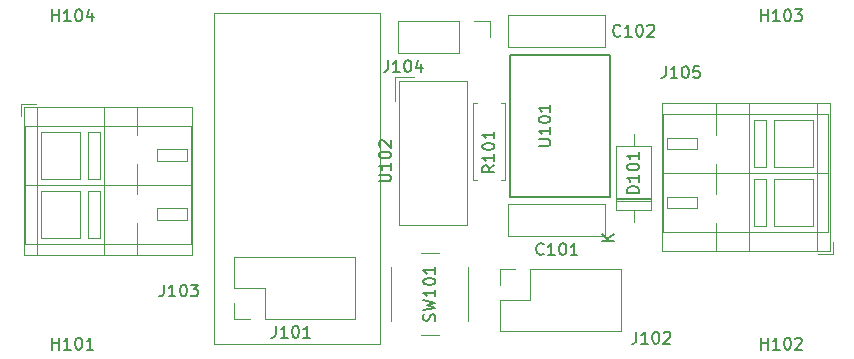
<source format=gbr>
G04 #@! TF.GenerationSoftware,KiCad,Pcbnew,5.1.9+dfsg1-1~bpo10+1*
G04 #@! TF.CreationDate,2021-07-01T20:48:51+00:00*
G04 #@! TF.ProjectId,klima,6b6c696d-612e-46b6-9963-61645f706362,rev?*
G04 #@! TF.SameCoordinates,Original*
G04 #@! TF.FileFunction,Legend,Top*
G04 #@! TF.FilePolarity,Positive*
%FSLAX46Y46*%
G04 Gerber Fmt 4.6, Leading zero omitted, Abs format (unit mm)*
G04 Created by KiCad (PCBNEW 5.1.9+dfsg1-1~bpo10+1) date 2021-07-01 20:48:51*
%MOMM*%
%LPD*%
G01*
G04 APERTURE LIST*
%ADD10C,0.120000*%
%ADD11C,0.150000*%
%ADD12C,2.000000*%
%ADD13R,1.700000X1.700000*%
%ADD14O,1.700000X1.700000*%
%ADD15C,1.600000*%
%ADD16R,2.200000X2.200000*%
%ADD17O,2.200000X2.200000*%
%ADD18C,5.600000*%
%ADD19R,3.000000X1.500000*%
%ADD20O,3.000000X1.500000*%
%ADD21R,1.500000X1.500000*%
%ADD22C,1.500000*%
%ADD23O,1.600000X1.600000*%
G04 APERTURE END LIST*
D10*
X117000000Y-71000000D02*
X117000000Y-99000000D01*
X131000000Y-71000000D02*
X117000000Y-71000000D01*
X131000000Y-99000000D02*
X131000000Y-71000000D01*
X117000000Y-99000000D02*
X131000000Y-99000000D01*
X136000000Y-91250000D02*
X134500000Y-91250000D01*
X132000000Y-92500000D02*
X132000000Y-97000000D01*
X134500000Y-98250000D02*
X136000000Y-98250000D01*
X138500000Y-97000000D02*
X138500000Y-92500000D01*
X140330000Y-71670000D02*
X140330000Y-73000000D01*
X139000000Y-71670000D02*
X140330000Y-71670000D01*
X137730000Y-71670000D02*
X137730000Y-74330000D01*
X137730000Y-74330000D02*
X132590000Y-74330000D01*
X137730000Y-71670000D02*
X132590000Y-71670000D01*
X132590000Y-71670000D02*
X132590000Y-74330000D01*
X141880000Y-89870000D02*
X141880000Y-87130000D01*
X150120000Y-89870000D02*
X150120000Y-87130000D01*
X150120000Y-87130000D02*
X141880000Y-87130000D01*
X150120000Y-89870000D02*
X141880000Y-89870000D01*
X150120000Y-73870000D02*
X141880000Y-73870000D01*
X150120000Y-71130000D02*
X141880000Y-71130000D01*
X150120000Y-73870000D02*
X150120000Y-71130000D01*
X141880000Y-73870000D02*
X141880000Y-71130000D01*
X151030000Y-86860000D02*
X153970000Y-86860000D01*
X151030000Y-86620000D02*
X153970000Y-86620000D01*
X151030000Y-86740000D02*
X153970000Y-86740000D01*
X152500000Y-81180000D02*
X152500000Y-82200000D01*
X152500000Y-88660000D02*
X152500000Y-87640000D01*
X151030000Y-82200000D02*
X151030000Y-87640000D01*
X153970000Y-82200000D02*
X151030000Y-82200000D01*
X153970000Y-87640000D02*
X153970000Y-82200000D01*
X151030000Y-87640000D02*
X153970000Y-87640000D01*
X100640000Y-78640000D02*
X100640000Y-79640000D01*
X101880000Y-78640000D02*
X100640000Y-78640000D01*
X114650000Y-88500000D02*
X112151000Y-88500000D01*
X114650000Y-87500000D02*
X112151000Y-87500000D01*
X112151000Y-87500000D02*
X112151000Y-88500000D01*
X114650000Y-87500000D02*
X114650000Y-88500000D01*
X107300000Y-90000000D02*
X106300000Y-90000000D01*
X107300000Y-86000000D02*
X106300000Y-86000000D01*
X106300000Y-86000000D02*
X106300000Y-90000000D01*
X107300000Y-86000000D02*
X107300000Y-90000000D01*
X115000000Y-90500000D02*
X101000000Y-90500000D01*
X115000000Y-85500000D02*
X101000000Y-85500000D01*
X101000000Y-85500000D02*
X101000000Y-90500000D01*
X115000000Y-85500000D02*
X115000000Y-90500000D01*
X105600000Y-90000000D02*
X102300000Y-90000000D01*
X105600000Y-86000000D02*
X102300000Y-86000000D01*
X102300000Y-86000000D02*
X102300000Y-90000000D01*
X105600000Y-86000000D02*
X105600000Y-90000000D01*
X114650000Y-83500000D02*
X112151000Y-83500000D01*
X114650000Y-82500000D02*
X112151000Y-82500000D01*
X112151000Y-82500000D02*
X112151000Y-83500000D01*
X114650000Y-82500000D02*
X114650000Y-83500000D01*
X107300000Y-85000000D02*
X106300000Y-85000000D01*
X107300000Y-81000000D02*
X106300000Y-81000000D01*
X106300000Y-81000000D02*
X106300000Y-85000000D01*
X107300000Y-81000000D02*
X107300000Y-85000000D01*
X115000000Y-85500000D02*
X101000000Y-85500000D01*
X115000000Y-80500000D02*
X101000000Y-80500000D01*
X101000000Y-80500000D02*
X101000000Y-85500000D01*
X115000000Y-80500000D02*
X115000000Y-85500000D01*
X105600000Y-85000000D02*
X102300000Y-85000000D01*
X105600000Y-81000000D02*
X102300000Y-81000000D01*
X102300000Y-81000000D02*
X102300000Y-85000000D01*
X105600000Y-81000000D02*
X105600000Y-85000000D01*
X115120000Y-91421000D02*
X100880000Y-91421000D01*
X115120000Y-78880000D02*
X100880000Y-78880000D01*
X100880000Y-78880000D02*
X100880000Y-91421000D01*
X115120000Y-78880000D02*
X115120000Y-91421000D01*
X110500000Y-88730000D02*
X110500000Y-91421000D01*
X110500000Y-83730000D02*
X110500000Y-86270000D01*
X110500000Y-78880000D02*
X110500000Y-81270000D01*
X107700000Y-78880000D02*
X107700000Y-91421000D01*
X102000000Y-78880000D02*
X102000000Y-91421000D01*
X168000000Y-91120000D02*
X168000000Y-78579000D01*
X162300000Y-91120000D02*
X162300000Y-78579000D01*
X159500000Y-91120000D02*
X159500000Y-88730000D01*
X159500000Y-86270000D02*
X159500000Y-83730000D01*
X159500000Y-81270000D02*
X159500000Y-78579000D01*
X154880000Y-91120000D02*
X154880000Y-78579000D01*
X169120000Y-91120000D02*
X169120000Y-78579000D01*
X154880000Y-91120000D02*
X169120000Y-91120000D01*
X154880000Y-78579000D02*
X169120000Y-78579000D01*
X164400000Y-89000000D02*
X164400000Y-85000000D01*
X167700000Y-89000000D02*
X167700000Y-85000000D01*
X164400000Y-89000000D02*
X167700000Y-89000000D01*
X164400000Y-85000000D02*
X167700000Y-85000000D01*
X155000000Y-89500000D02*
X155000000Y-84500000D01*
X169000000Y-89500000D02*
X169000000Y-84500000D01*
X155000000Y-89500000D02*
X169000000Y-89500000D01*
X155000000Y-84500000D02*
X169000000Y-84500000D01*
X162700000Y-89000000D02*
X162700000Y-85000000D01*
X163700000Y-89000000D02*
X163700000Y-85000000D01*
X162700000Y-89000000D02*
X163700000Y-89000000D01*
X162700000Y-85000000D02*
X163700000Y-85000000D01*
X155350000Y-87500000D02*
X155350000Y-86500000D01*
X157849000Y-87500000D02*
X157849000Y-86500000D01*
X155350000Y-87500000D02*
X157849000Y-87500000D01*
X155350000Y-86500000D02*
X157849000Y-86500000D01*
X164400000Y-84000000D02*
X164400000Y-80000000D01*
X167700000Y-84000000D02*
X167700000Y-80000000D01*
X164400000Y-84000000D02*
X167700000Y-84000000D01*
X164400000Y-80000000D02*
X167700000Y-80000000D01*
X155000000Y-84500000D02*
X155000000Y-79500000D01*
X169000000Y-84500000D02*
X169000000Y-79500000D01*
X155000000Y-84500000D02*
X169000000Y-84500000D01*
X155000000Y-79500000D02*
X169000000Y-79500000D01*
X162700000Y-84000000D02*
X162700000Y-80000000D01*
X163700000Y-84000000D02*
X163700000Y-80000000D01*
X162700000Y-84000000D02*
X163700000Y-84000000D01*
X162700000Y-80000000D02*
X163700000Y-80000000D01*
X155350000Y-82500000D02*
X155350000Y-81500000D01*
X157849000Y-82500000D02*
X157849000Y-81500000D01*
X155350000Y-82500000D02*
X157849000Y-82500000D01*
X155350000Y-81500000D02*
X157849000Y-81500000D01*
X168120000Y-91360000D02*
X169360000Y-91360000D01*
X169360000Y-91360000D02*
X169360000Y-90360000D01*
D11*
X142000000Y-86500000D02*
X150500000Y-86500000D01*
X142000000Y-74500000D02*
X142000000Y-86500000D01*
X150500000Y-74500000D02*
X142000000Y-74500000D01*
X150500000Y-86500000D02*
X150500000Y-74500000D01*
D10*
X132340000Y-76400000D02*
X133950000Y-76400000D01*
X132340000Y-76400000D02*
X132340000Y-78400000D01*
X132620000Y-88940000D02*
X132620000Y-76690000D01*
X138380000Y-88940000D02*
X132620000Y-88940000D01*
X138380000Y-76680000D02*
X138380000Y-88940000D01*
X132630000Y-76680000D02*
X138370000Y-76680000D01*
X118670000Y-96830000D02*
X118670000Y-95500000D01*
X120000000Y-96830000D02*
X118670000Y-96830000D01*
X118670000Y-94230000D02*
X118670000Y-91630000D01*
X121270000Y-94230000D02*
X118670000Y-94230000D01*
X121270000Y-96830000D02*
X121270000Y-94230000D01*
X118670000Y-91630000D02*
X128950000Y-91630000D01*
X121270000Y-96830000D02*
X128950000Y-96830000D01*
X128950000Y-96830000D02*
X128950000Y-91630000D01*
X141170000Y-94000000D02*
X141170000Y-92670000D01*
X141170000Y-92670000D02*
X142500000Y-92670000D01*
X141170000Y-95270000D02*
X143770000Y-95270000D01*
X143770000Y-95270000D02*
X143770000Y-92670000D01*
X143770000Y-92670000D02*
X151450000Y-92670000D01*
X151450000Y-97870000D02*
X151450000Y-92670000D01*
X141170000Y-97870000D02*
X151450000Y-97870000D01*
X141170000Y-97870000D02*
X141170000Y-95270000D01*
X141290000Y-78540000D02*
X141620000Y-78540000D01*
X141620000Y-78540000D02*
X141620000Y-85080000D01*
X141620000Y-85080000D02*
X141290000Y-85080000D01*
X139210000Y-78540000D02*
X138880000Y-78540000D01*
X138880000Y-78540000D02*
X138880000Y-85080000D01*
X138880000Y-85080000D02*
X139210000Y-85080000D01*
D11*
X135654761Y-97035714D02*
X135702380Y-96892857D01*
X135702380Y-96654761D01*
X135654761Y-96559523D01*
X135607142Y-96511904D01*
X135511904Y-96464285D01*
X135416666Y-96464285D01*
X135321428Y-96511904D01*
X135273809Y-96559523D01*
X135226190Y-96654761D01*
X135178571Y-96845238D01*
X135130952Y-96940476D01*
X135083333Y-96988095D01*
X134988095Y-97035714D01*
X134892857Y-97035714D01*
X134797619Y-96988095D01*
X134750000Y-96940476D01*
X134702380Y-96845238D01*
X134702380Y-96607142D01*
X134750000Y-96464285D01*
X134702380Y-96130952D02*
X135702380Y-95892857D01*
X134988095Y-95702380D01*
X135702380Y-95511904D01*
X134702380Y-95273809D01*
X135702380Y-94369047D02*
X135702380Y-94940476D01*
X135702380Y-94654761D02*
X134702380Y-94654761D01*
X134845238Y-94750000D01*
X134940476Y-94845238D01*
X134988095Y-94940476D01*
X134702380Y-93750000D02*
X134702380Y-93654761D01*
X134750000Y-93559523D01*
X134797619Y-93511904D01*
X134892857Y-93464285D01*
X135083333Y-93416666D01*
X135321428Y-93416666D01*
X135511904Y-93464285D01*
X135607142Y-93511904D01*
X135654761Y-93559523D01*
X135702380Y-93654761D01*
X135702380Y-93750000D01*
X135654761Y-93845238D01*
X135607142Y-93892857D01*
X135511904Y-93940476D01*
X135321428Y-93988095D01*
X135083333Y-93988095D01*
X134892857Y-93940476D01*
X134797619Y-93892857D01*
X134750000Y-93845238D01*
X134702380Y-93750000D01*
X135702380Y-92464285D02*
X135702380Y-93035714D01*
X135702380Y-92750000D02*
X134702380Y-92750000D01*
X134845238Y-92845238D01*
X134940476Y-92940476D01*
X134988095Y-93035714D01*
X131714285Y-74952380D02*
X131714285Y-75666666D01*
X131666666Y-75809523D01*
X131571428Y-75904761D01*
X131428571Y-75952380D01*
X131333333Y-75952380D01*
X132714285Y-75952380D02*
X132142857Y-75952380D01*
X132428571Y-75952380D02*
X132428571Y-74952380D01*
X132333333Y-75095238D01*
X132238095Y-75190476D01*
X132142857Y-75238095D01*
X133333333Y-74952380D02*
X133428571Y-74952380D01*
X133523809Y-75000000D01*
X133571428Y-75047619D01*
X133619047Y-75142857D01*
X133666666Y-75333333D01*
X133666666Y-75571428D01*
X133619047Y-75761904D01*
X133571428Y-75857142D01*
X133523809Y-75904761D01*
X133428571Y-75952380D01*
X133333333Y-75952380D01*
X133238095Y-75904761D01*
X133190476Y-75857142D01*
X133142857Y-75761904D01*
X133095238Y-75571428D01*
X133095238Y-75333333D01*
X133142857Y-75142857D01*
X133190476Y-75047619D01*
X133238095Y-75000000D01*
X133333333Y-74952380D01*
X134523809Y-75285714D02*
X134523809Y-75952380D01*
X134285714Y-74904761D02*
X134047619Y-75619047D01*
X134666666Y-75619047D01*
X144880952Y-91357142D02*
X144833333Y-91404761D01*
X144690476Y-91452380D01*
X144595238Y-91452380D01*
X144452380Y-91404761D01*
X144357142Y-91309523D01*
X144309523Y-91214285D01*
X144261904Y-91023809D01*
X144261904Y-90880952D01*
X144309523Y-90690476D01*
X144357142Y-90595238D01*
X144452380Y-90500000D01*
X144595238Y-90452380D01*
X144690476Y-90452380D01*
X144833333Y-90500000D01*
X144880952Y-90547619D01*
X145833333Y-91452380D02*
X145261904Y-91452380D01*
X145547619Y-91452380D02*
X145547619Y-90452380D01*
X145452380Y-90595238D01*
X145357142Y-90690476D01*
X145261904Y-90738095D01*
X146452380Y-90452380D02*
X146547619Y-90452380D01*
X146642857Y-90500000D01*
X146690476Y-90547619D01*
X146738095Y-90642857D01*
X146785714Y-90833333D01*
X146785714Y-91071428D01*
X146738095Y-91261904D01*
X146690476Y-91357142D01*
X146642857Y-91404761D01*
X146547619Y-91452380D01*
X146452380Y-91452380D01*
X146357142Y-91404761D01*
X146309523Y-91357142D01*
X146261904Y-91261904D01*
X146214285Y-91071428D01*
X146214285Y-90833333D01*
X146261904Y-90642857D01*
X146309523Y-90547619D01*
X146357142Y-90500000D01*
X146452380Y-90452380D01*
X147738095Y-91452380D02*
X147166666Y-91452380D01*
X147452380Y-91452380D02*
X147452380Y-90452380D01*
X147357142Y-90595238D01*
X147261904Y-90690476D01*
X147166666Y-90738095D01*
X151380952Y-72857142D02*
X151333333Y-72904761D01*
X151190476Y-72952380D01*
X151095238Y-72952380D01*
X150952380Y-72904761D01*
X150857142Y-72809523D01*
X150809523Y-72714285D01*
X150761904Y-72523809D01*
X150761904Y-72380952D01*
X150809523Y-72190476D01*
X150857142Y-72095238D01*
X150952380Y-72000000D01*
X151095238Y-71952380D01*
X151190476Y-71952380D01*
X151333333Y-72000000D01*
X151380952Y-72047619D01*
X152333333Y-72952380D02*
X151761904Y-72952380D01*
X152047619Y-72952380D02*
X152047619Y-71952380D01*
X151952380Y-72095238D01*
X151857142Y-72190476D01*
X151761904Y-72238095D01*
X152952380Y-71952380D02*
X153047619Y-71952380D01*
X153142857Y-72000000D01*
X153190476Y-72047619D01*
X153238095Y-72142857D01*
X153285714Y-72333333D01*
X153285714Y-72571428D01*
X153238095Y-72761904D01*
X153190476Y-72857142D01*
X153142857Y-72904761D01*
X153047619Y-72952380D01*
X152952380Y-72952380D01*
X152857142Y-72904761D01*
X152809523Y-72857142D01*
X152761904Y-72761904D01*
X152714285Y-72571428D01*
X152714285Y-72333333D01*
X152761904Y-72142857D01*
X152809523Y-72047619D01*
X152857142Y-72000000D01*
X152952380Y-71952380D01*
X153666666Y-72047619D02*
X153714285Y-72000000D01*
X153809523Y-71952380D01*
X154047619Y-71952380D01*
X154142857Y-72000000D01*
X154190476Y-72047619D01*
X154238095Y-72142857D01*
X154238095Y-72238095D01*
X154190476Y-72380952D01*
X153619047Y-72952380D01*
X154238095Y-72952380D01*
X152952380Y-86190476D02*
X151952380Y-86190476D01*
X151952380Y-85952380D01*
X152000000Y-85809523D01*
X152095238Y-85714285D01*
X152190476Y-85666666D01*
X152380952Y-85619047D01*
X152523809Y-85619047D01*
X152714285Y-85666666D01*
X152809523Y-85714285D01*
X152904761Y-85809523D01*
X152952380Y-85952380D01*
X152952380Y-86190476D01*
X152952380Y-84666666D02*
X152952380Y-85238095D01*
X152952380Y-84952380D02*
X151952380Y-84952380D01*
X152095238Y-85047619D01*
X152190476Y-85142857D01*
X152238095Y-85238095D01*
X151952380Y-84047619D02*
X151952380Y-83952380D01*
X152000000Y-83857142D01*
X152047619Y-83809523D01*
X152142857Y-83761904D01*
X152333333Y-83714285D01*
X152571428Y-83714285D01*
X152761904Y-83761904D01*
X152857142Y-83809523D01*
X152904761Y-83857142D01*
X152952380Y-83952380D01*
X152952380Y-84047619D01*
X152904761Y-84142857D01*
X152857142Y-84190476D01*
X152761904Y-84238095D01*
X152571428Y-84285714D01*
X152333333Y-84285714D01*
X152142857Y-84238095D01*
X152047619Y-84190476D01*
X152000000Y-84142857D01*
X151952380Y-84047619D01*
X152952380Y-82761904D02*
X152952380Y-83333333D01*
X152952380Y-83047619D02*
X151952380Y-83047619D01*
X152095238Y-83142857D01*
X152190476Y-83238095D01*
X152238095Y-83333333D01*
X150852380Y-90261904D02*
X149852380Y-90261904D01*
X150852380Y-89690476D02*
X150280952Y-90119047D01*
X149852380Y-89690476D02*
X150423809Y-90261904D01*
X103285714Y-99452380D02*
X103285714Y-98452380D01*
X103285714Y-98928571D02*
X103857142Y-98928571D01*
X103857142Y-99452380D02*
X103857142Y-98452380D01*
X104857142Y-99452380D02*
X104285714Y-99452380D01*
X104571428Y-99452380D02*
X104571428Y-98452380D01*
X104476190Y-98595238D01*
X104380952Y-98690476D01*
X104285714Y-98738095D01*
X105476190Y-98452380D02*
X105571428Y-98452380D01*
X105666666Y-98500000D01*
X105714285Y-98547619D01*
X105761904Y-98642857D01*
X105809523Y-98833333D01*
X105809523Y-99071428D01*
X105761904Y-99261904D01*
X105714285Y-99357142D01*
X105666666Y-99404761D01*
X105571428Y-99452380D01*
X105476190Y-99452380D01*
X105380952Y-99404761D01*
X105333333Y-99357142D01*
X105285714Y-99261904D01*
X105238095Y-99071428D01*
X105238095Y-98833333D01*
X105285714Y-98642857D01*
X105333333Y-98547619D01*
X105380952Y-98500000D01*
X105476190Y-98452380D01*
X106761904Y-99452380D02*
X106190476Y-99452380D01*
X106476190Y-99452380D02*
X106476190Y-98452380D01*
X106380952Y-98595238D01*
X106285714Y-98690476D01*
X106190476Y-98738095D01*
X163285714Y-99452380D02*
X163285714Y-98452380D01*
X163285714Y-98928571D02*
X163857142Y-98928571D01*
X163857142Y-99452380D02*
X163857142Y-98452380D01*
X164857142Y-99452380D02*
X164285714Y-99452380D01*
X164571428Y-99452380D02*
X164571428Y-98452380D01*
X164476190Y-98595238D01*
X164380952Y-98690476D01*
X164285714Y-98738095D01*
X165476190Y-98452380D02*
X165571428Y-98452380D01*
X165666666Y-98500000D01*
X165714285Y-98547619D01*
X165761904Y-98642857D01*
X165809523Y-98833333D01*
X165809523Y-99071428D01*
X165761904Y-99261904D01*
X165714285Y-99357142D01*
X165666666Y-99404761D01*
X165571428Y-99452380D01*
X165476190Y-99452380D01*
X165380952Y-99404761D01*
X165333333Y-99357142D01*
X165285714Y-99261904D01*
X165238095Y-99071428D01*
X165238095Y-98833333D01*
X165285714Y-98642857D01*
X165333333Y-98547619D01*
X165380952Y-98500000D01*
X165476190Y-98452380D01*
X166190476Y-98547619D02*
X166238095Y-98500000D01*
X166333333Y-98452380D01*
X166571428Y-98452380D01*
X166666666Y-98500000D01*
X166714285Y-98547619D01*
X166761904Y-98642857D01*
X166761904Y-98738095D01*
X166714285Y-98880952D01*
X166142857Y-99452380D01*
X166761904Y-99452380D01*
X163285714Y-71652380D02*
X163285714Y-70652380D01*
X163285714Y-71128571D02*
X163857142Y-71128571D01*
X163857142Y-71652380D02*
X163857142Y-70652380D01*
X164857142Y-71652380D02*
X164285714Y-71652380D01*
X164571428Y-71652380D02*
X164571428Y-70652380D01*
X164476190Y-70795238D01*
X164380952Y-70890476D01*
X164285714Y-70938095D01*
X165476190Y-70652380D02*
X165571428Y-70652380D01*
X165666666Y-70700000D01*
X165714285Y-70747619D01*
X165761904Y-70842857D01*
X165809523Y-71033333D01*
X165809523Y-71271428D01*
X165761904Y-71461904D01*
X165714285Y-71557142D01*
X165666666Y-71604761D01*
X165571428Y-71652380D01*
X165476190Y-71652380D01*
X165380952Y-71604761D01*
X165333333Y-71557142D01*
X165285714Y-71461904D01*
X165238095Y-71271428D01*
X165238095Y-71033333D01*
X165285714Y-70842857D01*
X165333333Y-70747619D01*
X165380952Y-70700000D01*
X165476190Y-70652380D01*
X166142857Y-70652380D02*
X166761904Y-70652380D01*
X166428571Y-71033333D01*
X166571428Y-71033333D01*
X166666666Y-71080952D01*
X166714285Y-71128571D01*
X166761904Y-71223809D01*
X166761904Y-71461904D01*
X166714285Y-71557142D01*
X166666666Y-71604761D01*
X166571428Y-71652380D01*
X166285714Y-71652380D01*
X166190476Y-71604761D01*
X166142857Y-71557142D01*
X103285714Y-71652380D02*
X103285714Y-70652380D01*
X103285714Y-71128571D02*
X103857142Y-71128571D01*
X103857142Y-71652380D02*
X103857142Y-70652380D01*
X104857142Y-71652380D02*
X104285714Y-71652380D01*
X104571428Y-71652380D02*
X104571428Y-70652380D01*
X104476190Y-70795238D01*
X104380952Y-70890476D01*
X104285714Y-70938095D01*
X105476190Y-70652380D02*
X105571428Y-70652380D01*
X105666666Y-70700000D01*
X105714285Y-70747619D01*
X105761904Y-70842857D01*
X105809523Y-71033333D01*
X105809523Y-71271428D01*
X105761904Y-71461904D01*
X105714285Y-71557142D01*
X105666666Y-71604761D01*
X105571428Y-71652380D01*
X105476190Y-71652380D01*
X105380952Y-71604761D01*
X105333333Y-71557142D01*
X105285714Y-71461904D01*
X105238095Y-71271428D01*
X105238095Y-71033333D01*
X105285714Y-70842857D01*
X105333333Y-70747619D01*
X105380952Y-70700000D01*
X105476190Y-70652380D01*
X106666666Y-70985714D02*
X106666666Y-71652380D01*
X106428571Y-70604761D02*
X106190476Y-71319047D01*
X106809523Y-71319047D01*
X112714285Y-93952380D02*
X112714285Y-94666666D01*
X112666666Y-94809523D01*
X112571428Y-94904761D01*
X112428571Y-94952380D01*
X112333333Y-94952380D01*
X113714285Y-94952380D02*
X113142857Y-94952380D01*
X113428571Y-94952380D02*
X113428571Y-93952380D01*
X113333333Y-94095238D01*
X113238095Y-94190476D01*
X113142857Y-94238095D01*
X114333333Y-93952380D02*
X114428571Y-93952380D01*
X114523809Y-94000000D01*
X114571428Y-94047619D01*
X114619047Y-94142857D01*
X114666666Y-94333333D01*
X114666666Y-94571428D01*
X114619047Y-94761904D01*
X114571428Y-94857142D01*
X114523809Y-94904761D01*
X114428571Y-94952380D01*
X114333333Y-94952380D01*
X114238095Y-94904761D01*
X114190476Y-94857142D01*
X114142857Y-94761904D01*
X114095238Y-94571428D01*
X114095238Y-94333333D01*
X114142857Y-94142857D01*
X114190476Y-94047619D01*
X114238095Y-94000000D01*
X114333333Y-93952380D01*
X115000000Y-93952380D02*
X115619047Y-93952380D01*
X115285714Y-94333333D01*
X115428571Y-94333333D01*
X115523809Y-94380952D01*
X115571428Y-94428571D01*
X115619047Y-94523809D01*
X115619047Y-94761904D01*
X115571428Y-94857142D01*
X115523809Y-94904761D01*
X115428571Y-94952380D01*
X115142857Y-94952380D01*
X115047619Y-94904761D01*
X115000000Y-94857142D01*
X155214285Y-75452380D02*
X155214285Y-76166666D01*
X155166666Y-76309523D01*
X155071428Y-76404761D01*
X154928571Y-76452380D01*
X154833333Y-76452380D01*
X156214285Y-76452380D02*
X155642857Y-76452380D01*
X155928571Y-76452380D02*
X155928571Y-75452380D01*
X155833333Y-75595238D01*
X155738095Y-75690476D01*
X155642857Y-75738095D01*
X156833333Y-75452380D02*
X156928571Y-75452380D01*
X157023809Y-75500000D01*
X157071428Y-75547619D01*
X157119047Y-75642857D01*
X157166666Y-75833333D01*
X157166666Y-76071428D01*
X157119047Y-76261904D01*
X157071428Y-76357142D01*
X157023809Y-76404761D01*
X156928571Y-76452380D01*
X156833333Y-76452380D01*
X156738095Y-76404761D01*
X156690476Y-76357142D01*
X156642857Y-76261904D01*
X156595238Y-76071428D01*
X156595238Y-75833333D01*
X156642857Y-75642857D01*
X156690476Y-75547619D01*
X156738095Y-75500000D01*
X156833333Y-75452380D01*
X158071428Y-75452380D02*
X157595238Y-75452380D01*
X157547619Y-75928571D01*
X157595238Y-75880952D01*
X157690476Y-75833333D01*
X157928571Y-75833333D01*
X158023809Y-75880952D01*
X158071428Y-75928571D01*
X158119047Y-76023809D01*
X158119047Y-76261904D01*
X158071428Y-76357142D01*
X158023809Y-76404761D01*
X157928571Y-76452380D01*
X157690476Y-76452380D01*
X157595238Y-76404761D01*
X157547619Y-76357142D01*
X144452380Y-82214285D02*
X145261904Y-82214285D01*
X145357142Y-82166666D01*
X145404761Y-82119047D01*
X145452380Y-82023809D01*
X145452380Y-81833333D01*
X145404761Y-81738095D01*
X145357142Y-81690476D01*
X145261904Y-81642857D01*
X144452380Y-81642857D01*
X145452380Y-80642857D02*
X145452380Y-81214285D01*
X145452380Y-80928571D02*
X144452380Y-80928571D01*
X144595238Y-81023809D01*
X144690476Y-81119047D01*
X144738095Y-81214285D01*
X144452380Y-80023809D02*
X144452380Y-79928571D01*
X144500000Y-79833333D01*
X144547619Y-79785714D01*
X144642857Y-79738095D01*
X144833333Y-79690476D01*
X145071428Y-79690476D01*
X145261904Y-79738095D01*
X145357142Y-79785714D01*
X145404761Y-79833333D01*
X145452380Y-79928571D01*
X145452380Y-80023809D01*
X145404761Y-80119047D01*
X145357142Y-80166666D01*
X145261904Y-80214285D01*
X145071428Y-80261904D01*
X144833333Y-80261904D01*
X144642857Y-80214285D01*
X144547619Y-80166666D01*
X144500000Y-80119047D01*
X144452380Y-80023809D01*
X145452380Y-78738095D02*
X145452380Y-79309523D01*
X145452380Y-79023809D02*
X144452380Y-79023809D01*
X144595238Y-79119047D01*
X144690476Y-79214285D01*
X144738095Y-79309523D01*
X130952380Y-85214285D02*
X131761904Y-85214285D01*
X131857142Y-85166666D01*
X131904761Y-85119047D01*
X131952380Y-85023809D01*
X131952380Y-84833333D01*
X131904761Y-84738095D01*
X131857142Y-84690476D01*
X131761904Y-84642857D01*
X130952380Y-84642857D01*
X131952380Y-83642857D02*
X131952380Y-84214285D01*
X131952380Y-83928571D02*
X130952380Y-83928571D01*
X131095238Y-84023809D01*
X131190476Y-84119047D01*
X131238095Y-84214285D01*
X130952380Y-83023809D02*
X130952380Y-82928571D01*
X131000000Y-82833333D01*
X131047619Y-82785714D01*
X131142857Y-82738095D01*
X131333333Y-82690476D01*
X131571428Y-82690476D01*
X131761904Y-82738095D01*
X131857142Y-82785714D01*
X131904761Y-82833333D01*
X131952380Y-82928571D01*
X131952380Y-83023809D01*
X131904761Y-83119047D01*
X131857142Y-83166666D01*
X131761904Y-83214285D01*
X131571428Y-83261904D01*
X131333333Y-83261904D01*
X131142857Y-83214285D01*
X131047619Y-83166666D01*
X131000000Y-83119047D01*
X130952380Y-83023809D01*
X131047619Y-82309523D02*
X131000000Y-82261904D01*
X130952380Y-82166666D01*
X130952380Y-81928571D01*
X131000000Y-81833333D01*
X131047619Y-81785714D01*
X131142857Y-81738095D01*
X131238095Y-81738095D01*
X131380952Y-81785714D01*
X131952380Y-82357142D01*
X131952380Y-81738095D01*
X122214285Y-97452380D02*
X122214285Y-98166666D01*
X122166666Y-98309523D01*
X122071428Y-98404761D01*
X121928571Y-98452380D01*
X121833333Y-98452380D01*
X123214285Y-98452380D02*
X122642857Y-98452380D01*
X122928571Y-98452380D02*
X122928571Y-97452380D01*
X122833333Y-97595238D01*
X122738095Y-97690476D01*
X122642857Y-97738095D01*
X123833333Y-97452380D02*
X123928571Y-97452380D01*
X124023809Y-97500000D01*
X124071428Y-97547619D01*
X124119047Y-97642857D01*
X124166666Y-97833333D01*
X124166666Y-98071428D01*
X124119047Y-98261904D01*
X124071428Y-98357142D01*
X124023809Y-98404761D01*
X123928571Y-98452380D01*
X123833333Y-98452380D01*
X123738095Y-98404761D01*
X123690476Y-98357142D01*
X123642857Y-98261904D01*
X123595238Y-98071428D01*
X123595238Y-97833333D01*
X123642857Y-97642857D01*
X123690476Y-97547619D01*
X123738095Y-97500000D01*
X123833333Y-97452380D01*
X125119047Y-98452380D02*
X124547619Y-98452380D01*
X124833333Y-98452380D02*
X124833333Y-97452380D01*
X124738095Y-97595238D01*
X124642857Y-97690476D01*
X124547619Y-97738095D01*
X152714285Y-97952380D02*
X152714285Y-98666666D01*
X152666666Y-98809523D01*
X152571428Y-98904761D01*
X152428571Y-98952380D01*
X152333333Y-98952380D01*
X153714285Y-98952380D02*
X153142857Y-98952380D01*
X153428571Y-98952380D02*
X153428571Y-97952380D01*
X153333333Y-98095238D01*
X153238095Y-98190476D01*
X153142857Y-98238095D01*
X154333333Y-97952380D02*
X154428571Y-97952380D01*
X154523809Y-98000000D01*
X154571428Y-98047619D01*
X154619047Y-98142857D01*
X154666666Y-98333333D01*
X154666666Y-98571428D01*
X154619047Y-98761904D01*
X154571428Y-98857142D01*
X154523809Y-98904761D01*
X154428571Y-98952380D01*
X154333333Y-98952380D01*
X154238095Y-98904761D01*
X154190476Y-98857142D01*
X154142857Y-98761904D01*
X154095238Y-98571428D01*
X154095238Y-98333333D01*
X154142857Y-98142857D01*
X154190476Y-98047619D01*
X154238095Y-98000000D01*
X154333333Y-97952380D01*
X155047619Y-98047619D02*
X155095238Y-98000000D01*
X155190476Y-97952380D01*
X155428571Y-97952380D01*
X155523809Y-98000000D01*
X155571428Y-98047619D01*
X155619047Y-98142857D01*
X155619047Y-98238095D01*
X155571428Y-98380952D01*
X155000000Y-98952380D01*
X155619047Y-98952380D01*
X140702380Y-83869047D02*
X140226190Y-84202380D01*
X140702380Y-84440476D02*
X139702380Y-84440476D01*
X139702380Y-84059523D01*
X139750000Y-83964285D01*
X139797619Y-83916666D01*
X139892857Y-83869047D01*
X140035714Y-83869047D01*
X140130952Y-83916666D01*
X140178571Y-83964285D01*
X140226190Y-84059523D01*
X140226190Y-84440476D01*
X140702380Y-82916666D02*
X140702380Y-83488095D01*
X140702380Y-83202380D02*
X139702380Y-83202380D01*
X139845238Y-83297619D01*
X139940476Y-83392857D01*
X139988095Y-83488095D01*
X139702380Y-82297619D02*
X139702380Y-82202380D01*
X139750000Y-82107142D01*
X139797619Y-82059523D01*
X139892857Y-82011904D01*
X140083333Y-81964285D01*
X140321428Y-81964285D01*
X140511904Y-82011904D01*
X140607142Y-82059523D01*
X140654761Y-82107142D01*
X140702380Y-82202380D01*
X140702380Y-82297619D01*
X140654761Y-82392857D01*
X140607142Y-82440476D01*
X140511904Y-82488095D01*
X140321428Y-82535714D01*
X140083333Y-82535714D01*
X139892857Y-82488095D01*
X139797619Y-82440476D01*
X139750000Y-82392857D01*
X139702380Y-82297619D01*
X140702380Y-81011904D02*
X140702380Y-81583333D01*
X140702380Y-81297619D02*
X139702380Y-81297619D01*
X139845238Y-81392857D01*
X139940476Y-81488095D01*
X139988095Y-81583333D01*
%LPC*%
D12*
X137500000Y-98000000D03*
X133000000Y-98000000D03*
X137500000Y-91500000D03*
X133000000Y-91500000D03*
D13*
X139000000Y-73000000D03*
D14*
X136460000Y-73000000D03*
X133920000Y-73000000D03*
D15*
X148500000Y-88500000D03*
X143500000Y-88500000D03*
X143500000Y-72500000D03*
X148500000Y-72500000D03*
D16*
X152500000Y-90000000D03*
D17*
X152500000Y-79840000D03*
D18*
X105000000Y-95000000D03*
X165000000Y-95000000D03*
X165000000Y-75000000D03*
X105000000Y-75000000D03*
D19*
X110000000Y-82500000D03*
D20*
X110000000Y-87500000D03*
X160000000Y-82500000D03*
D19*
X160000000Y-87500000D03*
D12*
X148500000Y-83040000D03*
X148500000Y-80500000D03*
X148500000Y-77960000D03*
D21*
X135500000Y-79000000D03*
D22*
X135500000Y-81540000D03*
X135500000Y-84080000D03*
X135500000Y-86620000D03*
D13*
X120000000Y-95500000D03*
D14*
X120000000Y-92960000D03*
X122540000Y-95500000D03*
X122540000Y-92960000D03*
X125080000Y-95500000D03*
X125080000Y-92960000D03*
X127620000Y-95500000D03*
X127620000Y-92960000D03*
D13*
X142500000Y-94000000D03*
D14*
X142500000Y-96540000D03*
X145040000Y-94000000D03*
X145040000Y-96540000D03*
X147580000Y-94000000D03*
X147580000Y-96540000D03*
X150120000Y-94000000D03*
X150120000Y-96540000D03*
D15*
X140250000Y-78000000D03*
D23*
X140250000Y-85620000D03*
M02*

</source>
